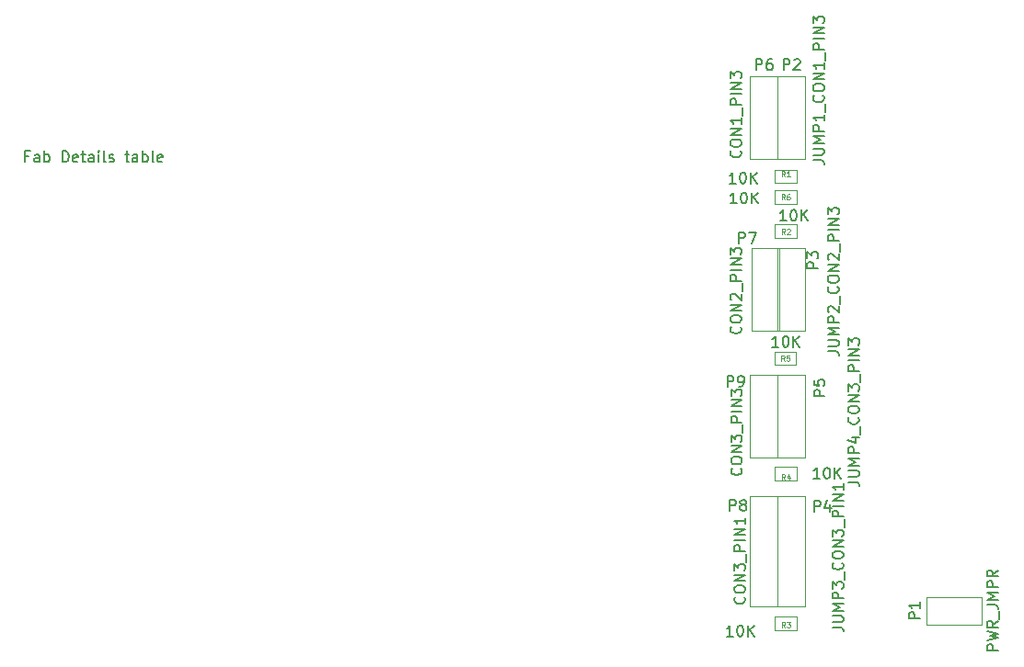
<source format=gbr>
G04 #@! TF.FileFunction,Other,Fab,Top*
%FSLAX46Y46*%
G04 Gerber Fmt 4.6, Leading zero omitted, Abs format (unit mm)*
G04 Created by KiCad (PCBNEW 4.0.4-stable) date 04/21/17 11:27:43*
%MOMM*%
%LPD*%
G01*
G04 APERTURE LIST*
%ADD10C,0.100000*%
%ADD11C,0.150000*%
%ADD12C,0.075000*%
G04 APERTURE END LIST*
D10*
X153930000Y-52580000D02*
X153930000Y-60200000D01*
X153930000Y-60200000D02*
X156470000Y-60200000D01*
X156470000Y-60200000D02*
X156470000Y-52580000D01*
X156470000Y-52580000D02*
X153930000Y-52580000D01*
X153650000Y-62410000D02*
X153650000Y-61170000D01*
X155650000Y-62410000D02*
X153650000Y-62410000D01*
X155650000Y-61170000D02*
X155650000Y-62410000D01*
X153650000Y-61170000D02*
X155650000Y-61170000D01*
X153650000Y-67430000D02*
X153650000Y-66190000D01*
X155650000Y-67430000D02*
X153650000Y-67430000D01*
X155650000Y-66190000D02*
X155650000Y-67430000D01*
X153650000Y-66190000D02*
X155650000Y-66190000D01*
X153650000Y-103580000D02*
X153650000Y-102340000D01*
X155650000Y-103580000D02*
X153650000Y-103580000D01*
X155650000Y-102340000D02*
X155650000Y-103580000D01*
X153650000Y-102340000D02*
X155650000Y-102340000D01*
X153660000Y-89810000D02*
X153660000Y-88570000D01*
X155660000Y-89810000D02*
X153660000Y-89810000D01*
X155660000Y-88570000D02*
X155660000Y-89810000D01*
X153660000Y-88570000D02*
X155660000Y-88570000D01*
X167590000Y-103060000D02*
X172670000Y-103060000D01*
X172670000Y-103060000D02*
X172670000Y-100520000D01*
X172670000Y-100520000D02*
X167590000Y-100520000D01*
X167590000Y-100520000D02*
X167590000Y-103060000D01*
X153930000Y-68360000D02*
X153930000Y-75980000D01*
X153930000Y-75980000D02*
X156470000Y-75980000D01*
X156470000Y-75980000D02*
X156470000Y-68360000D01*
X156470000Y-68360000D02*
X153930000Y-68360000D01*
X153930000Y-91240000D02*
X153930000Y-101400000D01*
X153930000Y-101400000D02*
X156470000Y-101400000D01*
X156470000Y-101400000D02*
X156470000Y-91240000D01*
X156470000Y-91240000D02*
X153930000Y-91240000D01*
X153930000Y-80050000D02*
X153930000Y-87670000D01*
X153930000Y-87670000D02*
X156470000Y-87670000D01*
X156470000Y-87670000D02*
X156470000Y-80050000D01*
X156470000Y-80050000D02*
X153930000Y-80050000D01*
X151390000Y-52580000D02*
X151390000Y-60200000D01*
X151390000Y-60200000D02*
X153930000Y-60200000D01*
X153930000Y-60200000D02*
X153930000Y-52580000D01*
X153930000Y-52580000D02*
X151390000Y-52580000D01*
X151510000Y-68360000D02*
X151510000Y-75980000D01*
X151510000Y-75980000D02*
X154050000Y-75980000D01*
X154050000Y-75980000D02*
X154050000Y-68360000D01*
X154050000Y-68360000D02*
X151510000Y-68360000D01*
X151390000Y-91240000D02*
X151390000Y-101400000D01*
X151390000Y-101400000D02*
X153930000Y-101400000D01*
X153930000Y-101400000D02*
X153930000Y-91240000D01*
X153930000Y-91240000D02*
X151390000Y-91240000D01*
X151390000Y-80050000D02*
X151390000Y-87670000D01*
X151390000Y-87670000D02*
X153930000Y-87670000D01*
X153930000Y-87670000D02*
X153930000Y-80050000D01*
X153930000Y-80050000D02*
X151390000Y-80050000D01*
X155620000Y-77930000D02*
X155620000Y-79170000D01*
X153620000Y-77930000D02*
X155620000Y-77930000D01*
X153620000Y-79170000D02*
X153620000Y-77930000D01*
X155620000Y-79170000D02*
X153620000Y-79170000D01*
X155650000Y-63080000D02*
X155650000Y-64320000D01*
X153650000Y-63080000D02*
X155650000Y-63080000D01*
X153650000Y-64320000D02*
X153650000Y-63080000D01*
X155650000Y-64320000D02*
X153650000Y-64320000D01*
D11*
X157172381Y-60272380D02*
X157886667Y-60272380D01*
X158029524Y-60320000D01*
X158124762Y-60415238D01*
X158172381Y-60558095D01*
X158172381Y-60653333D01*
X157172381Y-59796190D02*
X157981905Y-59796190D01*
X158077143Y-59748571D01*
X158124762Y-59700952D01*
X158172381Y-59605714D01*
X158172381Y-59415237D01*
X158124762Y-59319999D01*
X158077143Y-59272380D01*
X157981905Y-59224761D01*
X157172381Y-59224761D01*
X158172381Y-58748571D02*
X157172381Y-58748571D01*
X157886667Y-58415237D01*
X157172381Y-58081904D01*
X158172381Y-58081904D01*
X158172381Y-57605714D02*
X157172381Y-57605714D01*
X157172381Y-57224761D01*
X157220000Y-57129523D01*
X157267619Y-57081904D01*
X157362857Y-57034285D01*
X157505714Y-57034285D01*
X157600952Y-57081904D01*
X157648571Y-57129523D01*
X157696190Y-57224761D01*
X157696190Y-57605714D01*
X158172381Y-56081904D02*
X158172381Y-56653333D01*
X158172381Y-56367619D02*
X157172381Y-56367619D01*
X157315238Y-56462857D01*
X157410476Y-56558095D01*
X157458095Y-56653333D01*
X158267619Y-55891428D02*
X158267619Y-55129523D01*
X158077143Y-54319999D02*
X158124762Y-54367618D01*
X158172381Y-54510475D01*
X158172381Y-54605713D01*
X158124762Y-54748571D01*
X158029524Y-54843809D01*
X157934286Y-54891428D01*
X157743810Y-54939047D01*
X157600952Y-54939047D01*
X157410476Y-54891428D01*
X157315238Y-54843809D01*
X157220000Y-54748571D01*
X157172381Y-54605713D01*
X157172381Y-54510475D01*
X157220000Y-54367618D01*
X157267619Y-54319999D01*
X157172381Y-53700952D02*
X157172381Y-53510475D01*
X157220000Y-53415237D01*
X157315238Y-53319999D01*
X157505714Y-53272380D01*
X157839048Y-53272380D01*
X158029524Y-53319999D01*
X158124762Y-53415237D01*
X158172381Y-53510475D01*
X158172381Y-53700952D01*
X158124762Y-53796190D01*
X158029524Y-53891428D01*
X157839048Y-53939047D01*
X157505714Y-53939047D01*
X157315238Y-53891428D01*
X157220000Y-53796190D01*
X157172381Y-53700952D01*
X158172381Y-52843809D02*
X157172381Y-52843809D01*
X158172381Y-52272380D01*
X157172381Y-52272380D01*
X158172381Y-51272380D02*
X158172381Y-51843809D01*
X158172381Y-51558095D02*
X157172381Y-51558095D01*
X157315238Y-51653333D01*
X157410476Y-51748571D01*
X157458095Y-51843809D01*
X158267619Y-51081904D02*
X158267619Y-50319999D01*
X158172381Y-50081904D02*
X157172381Y-50081904D01*
X157172381Y-49700951D01*
X157220000Y-49605713D01*
X157267619Y-49558094D01*
X157362857Y-49510475D01*
X157505714Y-49510475D01*
X157600952Y-49558094D01*
X157648571Y-49605713D01*
X157696190Y-49700951D01*
X157696190Y-50081904D01*
X158172381Y-49081904D02*
X157172381Y-49081904D01*
X158172381Y-48605714D02*
X157172381Y-48605714D01*
X158172381Y-48034285D01*
X157172381Y-48034285D01*
X157172381Y-47653333D02*
X157172381Y-47034285D01*
X157553333Y-47367619D01*
X157553333Y-47224761D01*
X157600952Y-47129523D01*
X157648571Y-47081904D01*
X157743810Y-47034285D01*
X157981905Y-47034285D01*
X158077143Y-47081904D01*
X158124762Y-47129523D01*
X158172381Y-47224761D01*
X158172381Y-47510476D01*
X158124762Y-47605714D01*
X158077143Y-47653333D01*
X154461905Y-51972381D02*
X154461905Y-50972381D01*
X154842858Y-50972381D01*
X154938096Y-51020000D01*
X154985715Y-51067619D01*
X155033334Y-51162857D01*
X155033334Y-51305714D01*
X154985715Y-51400952D01*
X154938096Y-51448571D01*
X154842858Y-51496190D01*
X154461905Y-51496190D01*
X155414286Y-51067619D02*
X155461905Y-51020000D01*
X155557143Y-50972381D01*
X155795239Y-50972381D01*
X155890477Y-51020000D01*
X155938096Y-51067619D01*
X155985715Y-51162857D01*
X155985715Y-51258095D01*
X155938096Y-51400952D01*
X155366667Y-51972381D01*
X155985715Y-51972381D01*
X150049524Y-62422381D02*
X149478095Y-62422381D01*
X149763809Y-62422381D02*
X149763809Y-61422381D01*
X149668571Y-61565238D01*
X149573333Y-61660476D01*
X149478095Y-61708095D01*
X150668571Y-61422381D02*
X150763810Y-61422381D01*
X150859048Y-61470000D01*
X150906667Y-61517619D01*
X150954286Y-61612857D01*
X151001905Y-61803333D01*
X151001905Y-62041429D01*
X150954286Y-62231905D01*
X150906667Y-62327143D01*
X150859048Y-62374762D01*
X150763810Y-62422381D01*
X150668571Y-62422381D01*
X150573333Y-62374762D01*
X150525714Y-62327143D01*
X150478095Y-62231905D01*
X150430476Y-62041429D01*
X150430476Y-61803333D01*
X150478095Y-61612857D01*
X150525714Y-61517619D01*
X150573333Y-61470000D01*
X150668571Y-61422381D01*
X151430476Y-62422381D02*
X151430476Y-61422381D01*
X152001905Y-62422381D02*
X151573333Y-61850952D01*
X152001905Y-61422381D02*
X151430476Y-61993810D01*
D12*
X154566667Y-61806190D02*
X154400000Y-61568095D01*
X154280953Y-61806190D02*
X154280953Y-61306190D01*
X154471429Y-61306190D01*
X154519048Y-61330000D01*
X154542857Y-61353810D01*
X154566667Y-61401429D01*
X154566667Y-61472857D01*
X154542857Y-61520476D01*
X154519048Y-61544286D01*
X154471429Y-61568095D01*
X154280953Y-61568095D01*
X155042857Y-61806190D02*
X154757143Y-61806190D01*
X154900000Y-61806190D02*
X154900000Y-61306190D01*
X154852381Y-61377619D01*
X154804762Y-61425238D01*
X154757143Y-61449048D01*
D11*
X154699524Y-65862381D02*
X154128095Y-65862381D01*
X154413809Y-65862381D02*
X154413809Y-64862381D01*
X154318571Y-65005238D01*
X154223333Y-65100476D01*
X154128095Y-65148095D01*
X155318571Y-64862381D02*
X155413810Y-64862381D01*
X155509048Y-64910000D01*
X155556667Y-64957619D01*
X155604286Y-65052857D01*
X155651905Y-65243333D01*
X155651905Y-65481429D01*
X155604286Y-65671905D01*
X155556667Y-65767143D01*
X155509048Y-65814762D01*
X155413810Y-65862381D01*
X155318571Y-65862381D01*
X155223333Y-65814762D01*
X155175714Y-65767143D01*
X155128095Y-65671905D01*
X155080476Y-65481429D01*
X155080476Y-65243333D01*
X155128095Y-65052857D01*
X155175714Y-64957619D01*
X155223333Y-64910000D01*
X155318571Y-64862381D01*
X156080476Y-65862381D02*
X156080476Y-64862381D01*
X156651905Y-65862381D02*
X156223333Y-65290952D01*
X156651905Y-64862381D02*
X156080476Y-65433810D01*
D12*
X154586667Y-67106190D02*
X154420000Y-66868095D01*
X154300953Y-67106190D02*
X154300953Y-66606190D01*
X154491429Y-66606190D01*
X154539048Y-66630000D01*
X154562857Y-66653810D01*
X154586667Y-66701429D01*
X154586667Y-66772857D01*
X154562857Y-66820476D01*
X154539048Y-66844286D01*
X154491429Y-66868095D01*
X154300953Y-66868095D01*
X154777143Y-66653810D02*
X154800953Y-66630000D01*
X154848572Y-66606190D01*
X154967619Y-66606190D01*
X155015238Y-66630000D01*
X155039048Y-66653810D01*
X155062857Y-66701429D01*
X155062857Y-66749048D01*
X155039048Y-66820476D01*
X154753334Y-67106190D01*
X155062857Y-67106190D01*
D11*
X149799524Y-104162381D02*
X149228095Y-104162381D01*
X149513809Y-104162381D02*
X149513809Y-103162381D01*
X149418571Y-103305238D01*
X149323333Y-103400476D01*
X149228095Y-103448095D01*
X150418571Y-103162381D02*
X150513810Y-103162381D01*
X150609048Y-103210000D01*
X150656667Y-103257619D01*
X150704286Y-103352857D01*
X150751905Y-103543333D01*
X150751905Y-103781429D01*
X150704286Y-103971905D01*
X150656667Y-104067143D01*
X150609048Y-104114762D01*
X150513810Y-104162381D01*
X150418571Y-104162381D01*
X150323333Y-104114762D01*
X150275714Y-104067143D01*
X150228095Y-103971905D01*
X150180476Y-103781429D01*
X150180476Y-103543333D01*
X150228095Y-103352857D01*
X150275714Y-103257619D01*
X150323333Y-103210000D01*
X150418571Y-103162381D01*
X151180476Y-104162381D02*
X151180476Y-103162381D01*
X151751905Y-104162381D02*
X151323333Y-103590952D01*
X151751905Y-103162381D02*
X151180476Y-103733810D01*
D12*
X154596667Y-103346190D02*
X154430000Y-103108095D01*
X154310953Y-103346190D02*
X154310953Y-102846190D01*
X154501429Y-102846190D01*
X154549048Y-102870000D01*
X154572857Y-102893810D01*
X154596667Y-102941429D01*
X154596667Y-103012857D01*
X154572857Y-103060476D01*
X154549048Y-103084286D01*
X154501429Y-103108095D01*
X154310953Y-103108095D01*
X154763334Y-102846190D02*
X155072857Y-102846190D01*
X154906191Y-103036667D01*
X154977619Y-103036667D01*
X155025238Y-103060476D01*
X155049048Y-103084286D01*
X155072857Y-103131905D01*
X155072857Y-103250952D01*
X155049048Y-103298571D01*
X155025238Y-103322381D01*
X154977619Y-103346190D01*
X154834762Y-103346190D01*
X154787143Y-103322381D01*
X154763334Y-103298571D01*
D11*
X157779524Y-89632381D02*
X157208095Y-89632381D01*
X157493809Y-89632381D02*
X157493809Y-88632381D01*
X157398571Y-88775238D01*
X157303333Y-88870476D01*
X157208095Y-88918095D01*
X158398571Y-88632381D02*
X158493810Y-88632381D01*
X158589048Y-88680000D01*
X158636667Y-88727619D01*
X158684286Y-88822857D01*
X158731905Y-89013333D01*
X158731905Y-89251429D01*
X158684286Y-89441905D01*
X158636667Y-89537143D01*
X158589048Y-89584762D01*
X158493810Y-89632381D01*
X158398571Y-89632381D01*
X158303333Y-89584762D01*
X158255714Y-89537143D01*
X158208095Y-89441905D01*
X158160476Y-89251429D01*
X158160476Y-89013333D01*
X158208095Y-88822857D01*
X158255714Y-88727619D01*
X158303333Y-88680000D01*
X158398571Y-88632381D01*
X159160476Y-89632381D02*
X159160476Y-88632381D01*
X159731905Y-89632381D02*
X159303333Y-89060952D01*
X159731905Y-88632381D02*
X159160476Y-89203810D01*
D12*
X154606667Y-89736190D02*
X154440000Y-89498095D01*
X154320953Y-89736190D02*
X154320953Y-89236190D01*
X154511429Y-89236190D01*
X154559048Y-89260000D01*
X154582857Y-89283810D01*
X154606667Y-89331429D01*
X154606667Y-89402857D01*
X154582857Y-89450476D01*
X154559048Y-89474286D01*
X154511429Y-89498095D01*
X154320953Y-89498095D01*
X155035238Y-89402857D02*
X155035238Y-89736190D01*
X154916191Y-89212381D02*
X154797143Y-89569524D01*
X155106667Y-89569524D01*
D11*
X174182381Y-105456667D02*
X173182381Y-105456667D01*
X173182381Y-105075714D01*
X173230000Y-104980476D01*
X173277619Y-104932857D01*
X173372857Y-104885238D01*
X173515714Y-104885238D01*
X173610952Y-104932857D01*
X173658571Y-104980476D01*
X173706190Y-105075714D01*
X173706190Y-105456667D01*
X173182381Y-104551905D02*
X174182381Y-104313810D01*
X173468095Y-104123333D01*
X174182381Y-103932857D01*
X173182381Y-103694762D01*
X174182381Y-102742381D02*
X173706190Y-103075715D01*
X174182381Y-103313810D02*
X173182381Y-103313810D01*
X173182381Y-102932857D01*
X173230000Y-102837619D01*
X173277619Y-102790000D01*
X173372857Y-102742381D01*
X173515714Y-102742381D01*
X173610952Y-102790000D01*
X173658571Y-102837619D01*
X173706190Y-102932857D01*
X173706190Y-103313810D01*
X174277619Y-102551905D02*
X174277619Y-101790000D01*
X173182381Y-101266190D02*
X173896667Y-101266190D01*
X174039524Y-101313810D01*
X174134762Y-101409048D01*
X174182381Y-101551905D01*
X174182381Y-101647143D01*
X174182381Y-100790000D02*
X173182381Y-100790000D01*
X173896667Y-100456666D01*
X173182381Y-100123333D01*
X174182381Y-100123333D01*
X174182381Y-99647143D02*
X173182381Y-99647143D01*
X173182381Y-99266190D01*
X173230000Y-99170952D01*
X173277619Y-99123333D01*
X173372857Y-99075714D01*
X173515714Y-99075714D01*
X173610952Y-99123333D01*
X173658571Y-99170952D01*
X173706190Y-99266190D01*
X173706190Y-99647143D01*
X174182381Y-98075714D02*
X173706190Y-98409048D01*
X174182381Y-98647143D02*
X173182381Y-98647143D01*
X173182381Y-98266190D01*
X173230000Y-98170952D01*
X173277619Y-98123333D01*
X173372857Y-98075714D01*
X173515714Y-98075714D01*
X173610952Y-98123333D01*
X173658571Y-98170952D01*
X173706190Y-98266190D01*
X173706190Y-98647143D01*
X166982381Y-102528095D02*
X165982381Y-102528095D01*
X165982381Y-102147142D01*
X166030000Y-102051904D01*
X166077619Y-102004285D01*
X166172857Y-101956666D01*
X166315714Y-101956666D01*
X166410952Y-102004285D01*
X166458571Y-102051904D01*
X166506190Y-102147142D01*
X166506190Y-102528095D01*
X166982381Y-101004285D02*
X166982381Y-101575714D01*
X166982381Y-101290000D02*
X165982381Y-101290000D01*
X166125238Y-101385238D01*
X166220476Y-101480476D01*
X166268095Y-101575714D01*
X158532381Y-77912380D02*
X159246667Y-77912380D01*
X159389524Y-77960000D01*
X159484762Y-78055238D01*
X159532381Y-78198095D01*
X159532381Y-78293333D01*
X158532381Y-77436190D02*
X159341905Y-77436190D01*
X159437143Y-77388571D01*
X159484762Y-77340952D01*
X159532381Y-77245714D01*
X159532381Y-77055237D01*
X159484762Y-76959999D01*
X159437143Y-76912380D01*
X159341905Y-76864761D01*
X158532381Y-76864761D01*
X159532381Y-76388571D02*
X158532381Y-76388571D01*
X159246667Y-76055237D01*
X158532381Y-75721904D01*
X159532381Y-75721904D01*
X159532381Y-75245714D02*
X158532381Y-75245714D01*
X158532381Y-74864761D01*
X158580000Y-74769523D01*
X158627619Y-74721904D01*
X158722857Y-74674285D01*
X158865714Y-74674285D01*
X158960952Y-74721904D01*
X159008571Y-74769523D01*
X159056190Y-74864761D01*
X159056190Y-75245714D01*
X158627619Y-74293333D02*
X158580000Y-74245714D01*
X158532381Y-74150476D01*
X158532381Y-73912380D01*
X158580000Y-73817142D01*
X158627619Y-73769523D01*
X158722857Y-73721904D01*
X158818095Y-73721904D01*
X158960952Y-73769523D01*
X159532381Y-74340952D01*
X159532381Y-73721904D01*
X159627619Y-73531428D02*
X159627619Y-72769523D01*
X159437143Y-71959999D02*
X159484762Y-72007618D01*
X159532381Y-72150475D01*
X159532381Y-72245713D01*
X159484762Y-72388571D01*
X159389524Y-72483809D01*
X159294286Y-72531428D01*
X159103810Y-72579047D01*
X158960952Y-72579047D01*
X158770476Y-72531428D01*
X158675238Y-72483809D01*
X158580000Y-72388571D01*
X158532381Y-72245713D01*
X158532381Y-72150475D01*
X158580000Y-72007618D01*
X158627619Y-71959999D01*
X158532381Y-71340952D02*
X158532381Y-71150475D01*
X158580000Y-71055237D01*
X158675238Y-70959999D01*
X158865714Y-70912380D01*
X159199048Y-70912380D01*
X159389524Y-70959999D01*
X159484762Y-71055237D01*
X159532381Y-71150475D01*
X159532381Y-71340952D01*
X159484762Y-71436190D01*
X159389524Y-71531428D01*
X159199048Y-71579047D01*
X158865714Y-71579047D01*
X158675238Y-71531428D01*
X158580000Y-71436190D01*
X158532381Y-71340952D01*
X159532381Y-70483809D02*
X158532381Y-70483809D01*
X159532381Y-69912380D01*
X158532381Y-69912380D01*
X158627619Y-69483809D02*
X158580000Y-69436190D01*
X158532381Y-69340952D01*
X158532381Y-69102856D01*
X158580000Y-69007618D01*
X158627619Y-68959999D01*
X158722857Y-68912380D01*
X158818095Y-68912380D01*
X158960952Y-68959999D01*
X159532381Y-69531428D01*
X159532381Y-68912380D01*
X159627619Y-68721904D02*
X159627619Y-67959999D01*
X159532381Y-67721904D02*
X158532381Y-67721904D01*
X158532381Y-67340951D01*
X158580000Y-67245713D01*
X158627619Y-67198094D01*
X158722857Y-67150475D01*
X158865714Y-67150475D01*
X158960952Y-67198094D01*
X159008571Y-67245713D01*
X159056190Y-67340951D01*
X159056190Y-67721904D01*
X159532381Y-66721904D02*
X158532381Y-66721904D01*
X159532381Y-66245714D02*
X158532381Y-66245714D01*
X159532381Y-65674285D01*
X158532381Y-65674285D01*
X158532381Y-65293333D02*
X158532381Y-64674285D01*
X158913333Y-65007619D01*
X158913333Y-64864761D01*
X158960952Y-64769523D01*
X159008571Y-64721904D01*
X159103810Y-64674285D01*
X159341905Y-64674285D01*
X159437143Y-64721904D01*
X159484762Y-64769523D01*
X159532381Y-64864761D01*
X159532381Y-65150476D01*
X159484762Y-65245714D01*
X159437143Y-65293333D01*
X157632381Y-70248095D02*
X156632381Y-70248095D01*
X156632381Y-69867142D01*
X156680000Y-69771904D01*
X156727619Y-69724285D01*
X156822857Y-69676666D01*
X156965714Y-69676666D01*
X157060952Y-69724285D01*
X157108571Y-69771904D01*
X157156190Y-69867142D01*
X157156190Y-70248095D01*
X156632381Y-69343333D02*
X156632381Y-68724285D01*
X157013333Y-69057619D01*
X157013333Y-68914761D01*
X157060952Y-68819523D01*
X157108571Y-68771904D01*
X157203810Y-68724285D01*
X157441905Y-68724285D01*
X157537143Y-68771904D01*
X157584762Y-68819523D01*
X157632381Y-68914761D01*
X157632381Y-69200476D01*
X157584762Y-69295714D01*
X157537143Y-69343333D01*
X158952381Y-103342380D02*
X159666667Y-103342380D01*
X159809524Y-103390000D01*
X159904762Y-103485238D01*
X159952381Y-103628095D01*
X159952381Y-103723333D01*
X158952381Y-102866190D02*
X159761905Y-102866190D01*
X159857143Y-102818571D01*
X159904762Y-102770952D01*
X159952381Y-102675714D01*
X159952381Y-102485237D01*
X159904762Y-102389999D01*
X159857143Y-102342380D01*
X159761905Y-102294761D01*
X158952381Y-102294761D01*
X159952381Y-101818571D02*
X158952381Y-101818571D01*
X159666667Y-101485237D01*
X158952381Y-101151904D01*
X159952381Y-101151904D01*
X159952381Y-100675714D02*
X158952381Y-100675714D01*
X158952381Y-100294761D01*
X159000000Y-100199523D01*
X159047619Y-100151904D01*
X159142857Y-100104285D01*
X159285714Y-100104285D01*
X159380952Y-100151904D01*
X159428571Y-100199523D01*
X159476190Y-100294761D01*
X159476190Y-100675714D01*
X158952381Y-99770952D02*
X158952381Y-99151904D01*
X159333333Y-99485238D01*
X159333333Y-99342380D01*
X159380952Y-99247142D01*
X159428571Y-99199523D01*
X159523810Y-99151904D01*
X159761905Y-99151904D01*
X159857143Y-99199523D01*
X159904762Y-99247142D01*
X159952381Y-99342380D01*
X159952381Y-99628095D01*
X159904762Y-99723333D01*
X159857143Y-99770952D01*
X160047619Y-98961428D02*
X160047619Y-98199523D01*
X159857143Y-97389999D02*
X159904762Y-97437618D01*
X159952381Y-97580475D01*
X159952381Y-97675713D01*
X159904762Y-97818571D01*
X159809524Y-97913809D01*
X159714286Y-97961428D01*
X159523810Y-98009047D01*
X159380952Y-98009047D01*
X159190476Y-97961428D01*
X159095238Y-97913809D01*
X159000000Y-97818571D01*
X158952381Y-97675713D01*
X158952381Y-97580475D01*
X159000000Y-97437618D01*
X159047619Y-97389999D01*
X158952381Y-96770952D02*
X158952381Y-96580475D01*
X159000000Y-96485237D01*
X159095238Y-96389999D01*
X159285714Y-96342380D01*
X159619048Y-96342380D01*
X159809524Y-96389999D01*
X159904762Y-96485237D01*
X159952381Y-96580475D01*
X159952381Y-96770952D01*
X159904762Y-96866190D01*
X159809524Y-96961428D01*
X159619048Y-97009047D01*
X159285714Y-97009047D01*
X159095238Y-96961428D01*
X159000000Y-96866190D01*
X158952381Y-96770952D01*
X159952381Y-95913809D02*
X158952381Y-95913809D01*
X159952381Y-95342380D01*
X158952381Y-95342380D01*
X158952381Y-94961428D02*
X158952381Y-94342380D01*
X159333333Y-94675714D01*
X159333333Y-94532856D01*
X159380952Y-94437618D01*
X159428571Y-94389999D01*
X159523810Y-94342380D01*
X159761905Y-94342380D01*
X159857143Y-94389999D01*
X159904762Y-94437618D01*
X159952381Y-94532856D01*
X159952381Y-94818571D01*
X159904762Y-94913809D01*
X159857143Y-94961428D01*
X160047619Y-94151904D02*
X160047619Y-93389999D01*
X159952381Y-93151904D02*
X158952381Y-93151904D01*
X158952381Y-92770951D01*
X159000000Y-92675713D01*
X159047619Y-92628094D01*
X159142857Y-92580475D01*
X159285714Y-92580475D01*
X159380952Y-92628094D01*
X159428571Y-92675713D01*
X159476190Y-92770951D01*
X159476190Y-93151904D01*
X159952381Y-92151904D02*
X158952381Y-92151904D01*
X159952381Y-91675714D02*
X158952381Y-91675714D01*
X159952381Y-91104285D01*
X158952381Y-91104285D01*
X159952381Y-90104285D02*
X159952381Y-90675714D01*
X159952381Y-90390000D02*
X158952381Y-90390000D01*
X159095238Y-90485238D01*
X159190476Y-90580476D01*
X159238095Y-90675714D01*
X157281905Y-92662381D02*
X157281905Y-91662381D01*
X157662858Y-91662381D01*
X157758096Y-91710000D01*
X157805715Y-91757619D01*
X157853334Y-91852857D01*
X157853334Y-91995714D01*
X157805715Y-92090952D01*
X157758096Y-92138571D01*
X157662858Y-92186190D01*
X157281905Y-92186190D01*
X158710477Y-91995714D02*
X158710477Y-92662381D01*
X158472381Y-91614762D02*
X158234286Y-92329048D01*
X158853334Y-92329048D01*
X160402381Y-89942380D02*
X161116667Y-89942380D01*
X161259524Y-89990000D01*
X161354762Y-90085238D01*
X161402381Y-90228095D01*
X161402381Y-90323333D01*
X160402381Y-89466190D02*
X161211905Y-89466190D01*
X161307143Y-89418571D01*
X161354762Y-89370952D01*
X161402381Y-89275714D01*
X161402381Y-89085237D01*
X161354762Y-88989999D01*
X161307143Y-88942380D01*
X161211905Y-88894761D01*
X160402381Y-88894761D01*
X161402381Y-88418571D02*
X160402381Y-88418571D01*
X161116667Y-88085237D01*
X160402381Y-87751904D01*
X161402381Y-87751904D01*
X161402381Y-87275714D02*
X160402381Y-87275714D01*
X160402381Y-86894761D01*
X160450000Y-86799523D01*
X160497619Y-86751904D01*
X160592857Y-86704285D01*
X160735714Y-86704285D01*
X160830952Y-86751904D01*
X160878571Y-86799523D01*
X160926190Y-86894761D01*
X160926190Y-87275714D01*
X160735714Y-85847142D02*
X161402381Y-85847142D01*
X160354762Y-86085238D02*
X161069048Y-86323333D01*
X161069048Y-85704285D01*
X161497619Y-85561428D02*
X161497619Y-84799523D01*
X161307143Y-83989999D02*
X161354762Y-84037618D01*
X161402381Y-84180475D01*
X161402381Y-84275713D01*
X161354762Y-84418571D01*
X161259524Y-84513809D01*
X161164286Y-84561428D01*
X160973810Y-84609047D01*
X160830952Y-84609047D01*
X160640476Y-84561428D01*
X160545238Y-84513809D01*
X160450000Y-84418571D01*
X160402381Y-84275713D01*
X160402381Y-84180475D01*
X160450000Y-84037618D01*
X160497619Y-83989999D01*
X160402381Y-83370952D02*
X160402381Y-83180475D01*
X160450000Y-83085237D01*
X160545238Y-82989999D01*
X160735714Y-82942380D01*
X161069048Y-82942380D01*
X161259524Y-82989999D01*
X161354762Y-83085237D01*
X161402381Y-83180475D01*
X161402381Y-83370952D01*
X161354762Y-83466190D01*
X161259524Y-83561428D01*
X161069048Y-83609047D01*
X160735714Y-83609047D01*
X160545238Y-83561428D01*
X160450000Y-83466190D01*
X160402381Y-83370952D01*
X161402381Y-82513809D02*
X160402381Y-82513809D01*
X161402381Y-81942380D01*
X160402381Y-81942380D01*
X160402381Y-81561428D02*
X160402381Y-80942380D01*
X160783333Y-81275714D01*
X160783333Y-81132856D01*
X160830952Y-81037618D01*
X160878571Y-80989999D01*
X160973810Y-80942380D01*
X161211905Y-80942380D01*
X161307143Y-80989999D01*
X161354762Y-81037618D01*
X161402381Y-81132856D01*
X161402381Y-81418571D01*
X161354762Y-81513809D01*
X161307143Y-81561428D01*
X161497619Y-80751904D02*
X161497619Y-79989999D01*
X161402381Y-79751904D02*
X160402381Y-79751904D01*
X160402381Y-79370951D01*
X160450000Y-79275713D01*
X160497619Y-79228094D01*
X160592857Y-79180475D01*
X160735714Y-79180475D01*
X160830952Y-79228094D01*
X160878571Y-79275713D01*
X160926190Y-79370951D01*
X160926190Y-79751904D01*
X161402381Y-78751904D02*
X160402381Y-78751904D01*
X161402381Y-78275714D02*
X160402381Y-78275714D01*
X161402381Y-77704285D01*
X160402381Y-77704285D01*
X160402381Y-77323333D02*
X160402381Y-76704285D01*
X160783333Y-77037619D01*
X160783333Y-76894761D01*
X160830952Y-76799523D01*
X160878571Y-76751904D01*
X160973810Y-76704285D01*
X161211905Y-76704285D01*
X161307143Y-76751904D01*
X161354762Y-76799523D01*
X161402381Y-76894761D01*
X161402381Y-77180476D01*
X161354762Y-77275714D01*
X161307143Y-77323333D01*
X158242381Y-82018095D02*
X157242381Y-82018095D01*
X157242381Y-81637142D01*
X157290000Y-81541904D01*
X157337619Y-81494285D01*
X157432857Y-81446666D01*
X157575714Y-81446666D01*
X157670952Y-81494285D01*
X157718571Y-81541904D01*
X157766190Y-81637142D01*
X157766190Y-82018095D01*
X157242381Y-80541904D02*
X157242381Y-81018095D01*
X157718571Y-81065714D01*
X157670952Y-81018095D01*
X157623333Y-80922857D01*
X157623333Y-80684761D01*
X157670952Y-80589523D01*
X157718571Y-80541904D01*
X157813810Y-80494285D01*
X158051905Y-80494285D01*
X158147143Y-80541904D01*
X158194762Y-80589523D01*
X158242381Y-80684761D01*
X158242381Y-80922857D01*
X158194762Y-81018095D01*
X158147143Y-81065714D01*
X150467143Y-59423333D02*
X150514762Y-59470952D01*
X150562381Y-59613809D01*
X150562381Y-59709047D01*
X150514762Y-59851905D01*
X150419524Y-59947143D01*
X150324286Y-59994762D01*
X150133810Y-60042381D01*
X149990952Y-60042381D01*
X149800476Y-59994762D01*
X149705238Y-59947143D01*
X149610000Y-59851905D01*
X149562381Y-59709047D01*
X149562381Y-59613809D01*
X149610000Y-59470952D01*
X149657619Y-59423333D01*
X149562381Y-58804286D02*
X149562381Y-58613809D01*
X149610000Y-58518571D01*
X149705238Y-58423333D01*
X149895714Y-58375714D01*
X150229048Y-58375714D01*
X150419524Y-58423333D01*
X150514762Y-58518571D01*
X150562381Y-58613809D01*
X150562381Y-58804286D01*
X150514762Y-58899524D01*
X150419524Y-58994762D01*
X150229048Y-59042381D01*
X149895714Y-59042381D01*
X149705238Y-58994762D01*
X149610000Y-58899524D01*
X149562381Y-58804286D01*
X150562381Y-57947143D02*
X149562381Y-57947143D01*
X150562381Y-57375714D01*
X149562381Y-57375714D01*
X150562381Y-56375714D02*
X150562381Y-56947143D01*
X150562381Y-56661429D02*
X149562381Y-56661429D01*
X149705238Y-56756667D01*
X149800476Y-56851905D01*
X149848095Y-56947143D01*
X150657619Y-56185238D02*
X150657619Y-55423333D01*
X150562381Y-55185238D02*
X149562381Y-55185238D01*
X149562381Y-54804285D01*
X149610000Y-54709047D01*
X149657619Y-54661428D01*
X149752857Y-54613809D01*
X149895714Y-54613809D01*
X149990952Y-54661428D01*
X150038571Y-54709047D01*
X150086190Y-54804285D01*
X150086190Y-55185238D01*
X150562381Y-54185238D02*
X149562381Y-54185238D01*
X150562381Y-53709048D02*
X149562381Y-53709048D01*
X150562381Y-53137619D01*
X149562381Y-53137619D01*
X149562381Y-52756667D02*
X149562381Y-52137619D01*
X149943333Y-52470953D01*
X149943333Y-52328095D01*
X149990952Y-52232857D01*
X150038571Y-52185238D01*
X150133810Y-52137619D01*
X150371905Y-52137619D01*
X150467143Y-52185238D01*
X150514762Y-52232857D01*
X150562381Y-52328095D01*
X150562381Y-52613810D01*
X150514762Y-52709048D01*
X150467143Y-52756667D01*
X151921905Y-51972381D02*
X151921905Y-50972381D01*
X152302858Y-50972381D01*
X152398096Y-51020000D01*
X152445715Y-51067619D01*
X152493334Y-51162857D01*
X152493334Y-51305714D01*
X152445715Y-51400952D01*
X152398096Y-51448571D01*
X152302858Y-51496190D01*
X151921905Y-51496190D01*
X153350477Y-50972381D02*
X153160000Y-50972381D01*
X153064762Y-51020000D01*
X153017143Y-51067619D01*
X152921905Y-51210476D01*
X152874286Y-51400952D01*
X152874286Y-51781905D01*
X152921905Y-51877143D01*
X152969524Y-51924762D01*
X153064762Y-51972381D01*
X153255239Y-51972381D01*
X153350477Y-51924762D01*
X153398096Y-51877143D01*
X153445715Y-51781905D01*
X153445715Y-51543810D01*
X153398096Y-51448571D01*
X153350477Y-51400952D01*
X153255239Y-51353333D01*
X153064762Y-51353333D01*
X152969524Y-51400952D01*
X152921905Y-51448571D01*
X152874286Y-51543810D01*
X150467143Y-75643333D02*
X150514762Y-75690952D01*
X150562381Y-75833809D01*
X150562381Y-75929047D01*
X150514762Y-76071905D01*
X150419524Y-76167143D01*
X150324286Y-76214762D01*
X150133810Y-76262381D01*
X149990952Y-76262381D01*
X149800476Y-76214762D01*
X149705238Y-76167143D01*
X149610000Y-76071905D01*
X149562381Y-75929047D01*
X149562381Y-75833809D01*
X149610000Y-75690952D01*
X149657619Y-75643333D01*
X149562381Y-75024286D02*
X149562381Y-74833809D01*
X149610000Y-74738571D01*
X149705238Y-74643333D01*
X149895714Y-74595714D01*
X150229048Y-74595714D01*
X150419524Y-74643333D01*
X150514762Y-74738571D01*
X150562381Y-74833809D01*
X150562381Y-75024286D01*
X150514762Y-75119524D01*
X150419524Y-75214762D01*
X150229048Y-75262381D01*
X149895714Y-75262381D01*
X149705238Y-75214762D01*
X149610000Y-75119524D01*
X149562381Y-75024286D01*
X150562381Y-74167143D02*
X149562381Y-74167143D01*
X150562381Y-73595714D01*
X149562381Y-73595714D01*
X149657619Y-73167143D02*
X149610000Y-73119524D01*
X149562381Y-73024286D01*
X149562381Y-72786190D01*
X149610000Y-72690952D01*
X149657619Y-72643333D01*
X149752857Y-72595714D01*
X149848095Y-72595714D01*
X149990952Y-72643333D01*
X150562381Y-73214762D01*
X150562381Y-72595714D01*
X150657619Y-72405238D02*
X150657619Y-71643333D01*
X150562381Y-71405238D02*
X149562381Y-71405238D01*
X149562381Y-71024285D01*
X149610000Y-70929047D01*
X149657619Y-70881428D01*
X149752857Y-70833809D01*
X149895714Y-70833809D01*
X149990952Y-70881428D01*
X150038571Y-70929047D01*
X150086190Y-71024285D01*
X150086190Y-71405238D01*
X150562381Y-70405238D02*
X149562381Y-70405238D01*
X150562381Y-69929048D02*
X149562381Y-69929048D01*
X150562381Y-69357619D01*
X149562381Y-69357619D01*
X149562381Y-68976667D02*
X149562381Y-68357619D01*
X149943333Y-68690953D01*
X149943333Y-68548095D01*
X149990952Y-68452857D01*
X150038571Y-68405238D01*
X150133810Y-68357619D01*
X150371905Y-68357619D01*
X150467143Y-68405238D01*
X150514762Y-68452857D01*
X150562381Y-68548095D01*
X150562381Y-68833810D01*
X150514762Y-68929048D01*
X150467143Y-68976667D01*
X150361905Y-67932381D02*
X150361905Y-66932381D01*
X150742858Y-66932381D01*
X150838096Y-66980000D01*
X150885715Y-67027619D01*
X150933334Y-67122857D01*
X150933334Y-67265714D01*
X150885715Y-67360952D01*
X150838096Y-67408571D01*
X150742858Y-67456190D01*
X150361905Y-67456190D01*
X151266667Y-66932381D02*
X151933334Y-66932381D01*
X151504762Y-67932381D01*
X150817143Y-100543333D02*
X150864762Y-100590952D01*
X150912381Y-100733809D01*
X150912381Y-100829047D01*
X150864762Y-100971905D01*
X150769524Y-101067143D01*
X150674286Y-101114762D01*
X150483810Y-101162381D01*
X150340952Y-101162381D01*
X150150476Y-101114762D01*
X150055238Y-101067143D01*
X149960000Y-100971905D01*
X149912381Y-100829047D01*
X149912381Y-100733809D01*
X149960000Y-100590952D01*
X150007619Y-100543333D01*
X149912381Y-99924286D02*
X149912381Y-99733809D01*
X149960000Y-99638571D01*
X150055238Y-99543333D01*
X150245714Y-99495714D01*
X150579048Y-99495714D01*
X150769524Y-99543333D01*
X150864762Y-99638571D01*
X150912381Y-99733809D01*
X150912381Y-99924286D01*
X150864762Y-100019524D01*
X150769524Y-100114762D01*
X150579048Y-100162381D01*
X150245714Y-100162381D01*
X150055238Y-100114762D01*
X149960000Y-100019524D01*
X149912381Y-99924286D01*
X150912381Y-99067143D02*
X149912381Y-99067143D01*
X150912381Y-98495714D01*
X149912381Y-98495714D01*
X149912381Y-98114762D02*
X149912381Y-97495714D01*
X150293333Y-97829048D01*
X150293333Y-97686190D01*
X150340952Y-97590952D01*
X150388571Y-97543333D01*
X150483810Y-97495714D01*
X150721905Y-97495714D01*
X150817143Y-97543333D01*
X150864762Y-97590952D01*
X150912381Y-97686190D01*
X150912381Y-97971905D01*
X150864762Y-98067143D01*
X150817143Y-98114762D01*
X151007619Y-97305238D02*
X151007619Y-96543333D01*
X150912381Y-96305238D02*
X149912381Y-96305238D01*
X149912381Y-95924285D01*
X149960000Y-95829047D01*
X150007619Y-95781428D01*
X150102857Y-95733809D01*
X150245714Y-95733809D01*
X150340952Y-95781428D01*
X150388571Y-95829047D01*
X150436190Y-95924285D01*
X150436190Y-96305238D01*
X150912381Y-95305238D02*
X149912381Y-95305238D01*
X150912381Y-94829048D02*
X149912381Y-94829048D01*
X150912381Y-94257619D01*
X149912381Y-94257619D01*
X150912381Y-93257619D02*
X150912381Y-93829048D01*
X150912381Y-93543334D02*
X149912381Y-93543334D01*
X150055238Y-93638572D01*
X150150476Y-93733810D01*
X150198095Y-93829048D01*
X149511905Y-92602381D02*
X149511905Y-91602381D01*
X149892858Y-91602381D01*
X149988096Y-91650000D01*
X150035715Y-91697619D01*
X150083334Y-91792857D01*
X150083334Y-91935714D01*
X150035715Y-92030952D01*
X149988096Y-92078571D01*
X149892858Y-92126190D01*
X149511905Y-92126190D01*
X150654762Y-92030952D02*
X150559524Y-91983333D01*
X150511905Y-91935714D01*
X150464286Y-91840476D01*
X150464286Y-91792857D01*
X150511905Y-91697619D01*
X150559524Y-91650000D01*
X150654762Y-91602381D01*
X150845239Y-91602381D01*
X150940477Y-91650000D01*
X150988096Y-91697619D01*
X151035715Y-91792857D01*
X151035715Y-91840476D01*
X150988096Y-91935714D01*
X150940477Y-91983333D01*
X150845239Y-92030952D01*
X150654762Y-92030952D01*
X150559524Y-92078571D01*
X150511905Y-92126190D01*
X150464286Y-92221429D01*
X150464286Y-92411905D01*
X150511905Y-92507143D01*
X150559524Y-92554762D01*
X150654762Y-92602381D01*
X150845239Y-92602381D01*
X150940477Y-92554762D01*
X150988096Y-92507143D01*
X151035715Y-92411905D01*
X151035715Y-92221429D01*
X150988096Y-92126190D01*
X150940477Y-92078571D01*
X150845239Y-92030952D01*
X150527143Y-88673333D02*
X150574762Y-88720952D01*
X150622381Y-88863809D01*
X150622381Y-88959047D01*
X150574762Y-89101905D01*
X150479524Y-89197143D01*
X150384286Y-89244762D01*
X150193810Y-89292381D01*
X150050952Y-89292381D01*
X149860476Y-89244762D01*
X149765238Y-89197143D01*
X149670000Y-89101905D01*
X149622381Y-88959047D01*
X149622381Y-88863809D01*
X149670000Y-88720952D01*
X149717619Y-88673333D01*
X149622381Y-88054286D02*
X149622381Y-87863809D01*
X149670000Y-87768571D01*
X149765238Y-87673333D01*
X149955714Y-87625714D01*
X150289048Y-87625714D01*
X150479524Y-87673333D01*
X150574762Y-87768571D01*
X150622381Y-87863809D01*
X150622381Y-88054286D01*
X150574762Y-88149524D01*
X150479524Y-88244762D01*
X150289048Y-88292381D01*
X149955714Y-88292381D01*
X149765238Y-88244762D01*
X149670000Y-88149524D01*
X149622381Y-88054286D01*
X150622381Y-87197143D02*
X149622381Y-87197143D01*
X150622381Y-86625714D01*
X149622381Y-86625714D01*
X149622381Y-86244762D02*
X149622381Y-85625714D01*
X150003333Y-85959048D01*
X150003333Y-85816190D01*
X150050952Y-85720952D01*
X150098571Y-85673333D01*
X150193810Y-85625714D01*
X150431905Y-85625714D01*
X150527143Y-85673333D01*
X150574762Y-85720952D01*
X150622381Y-85816190D01*
X150622381Y-86101905D01*
X150574762Y-86197143D01*
X150527143Y-86244762D01*
X150717619Y-85435238D02*
X150717619Y-84673333D01*
X150622381Y-84435238D02*
X149622381Y-84435238D01*
X149622381Y-84054285D01*
X149670000Y-83959047D01*
X149717619Y-83911428D01*
X149812857Y-83863809D01*
X149955714Y-83863809D01*
X150050952Y-83911428D01*
X150098571Y-83959047D01*
X150146190Y-84054285D01*
X150146190Y-84435238D01*
X150622381Y-83435238D02*
X149622381Y-83435238D01*
X150622381Y-82959048D02*
X149622381Y-82959048D01*
X150622381Y-82387619D01*
X149622381Y-82387619D01*
X149622381Y-82006667D02*
X149622381Y-81387619D01*
X150003333Y-81720953D01*
X150003333Y-81578095D01*
X150050952Y-81482857D01*
X150098571Y-81435238D01*
X150193810Y-81387619D01*
X150431905Y-81387619D01*
X150527143Y-81435238D01*
X150574762Y-81482857D01*
X150622381Y-81578095D01*
X150622381Y-81863810D01*
X150574762Y-81959048D01*
X150527143Y-82006667D01*
X149281905Y-81162381D02*
X149281905Y-80162381D01*
X149662858Y-80162381D01*
X149758096Y-80210000D01*
X149805715Y-80257619D01*
X149853334Y-80352857D01*
X149853334Y-80495714D01*
X149805715Y-80590952D01*
X149758096Y-80638571D01*
X149662858Y-80686190D01*
X149281905Y-80686190D01*
X150329524Y-81162381D02*
X150520000Y-81162381D01*
X150615239Y-81114762D01*
X150662858Y-81067143D01*
X150758096Y-80924286D01*
X150805715Y-80733810D01*
X150805715Y-80352857D01*
X150758096Y-80257619D01*
X150710477Y-80210000D01*
X150615239Y-80162381D01*
X150424762Y-80162381D01*
X150329524Y-80210000D01*
X150281905Y-80257619D01*
X150234286Y-80352857D01*
X150234286Y-80590952D01*
X150281905Y-80686190D01*
X150329524Y-80733810D01*
X150424762Y-80781429D01*
X150615239Y-80781429D01*
X150710477Y-80733810D01*
X150758096Y-80686190D01*
X150805715Y-80590952D01*
X153979524Y-77492381D02*
X153408095Y-77492381D01*
X153693809Y-77492381D02*
X153693809Y-76492381D01*
X153598571Y-76635238D01*
X153503333Y-76730476D01*
X153408095Y-76778095D01*
X154598571Y-76492381D02*
X154693810Y-76492381D01*
X154789048Y-76540000D01*
X154836667Y-76587619D01*
X154884286Y-76682857D01*
X154931905Y-76873333D01*
X154931905Y-77111429D01*
X154884286Y-77301905D01*
X154836667Y-77397143D01*
X154789048Y-77444762D01*
X154693810Y-77492381D01*
X154598571Y-77492381D01*
X154503333Y-77444762D01*
X154455714Y-77397143D01*
X154408095Y-77301905D01*
X154360476Y-77111429D01*
X154360476Y-76873333D01*
X154408095Y-76682857D01*
X154455714Y-76587619D01*
X154503333Y-76540000D01*
X154598571Y-76492381D01*
X155360476Y-77492381D02*
X155360476Y-76492381D01*
X155931905Y-77492381D02*
X155503333Y-76920952D01*
X155931905Y-76492381D02*
X155360476Y-77063810D01*
D12*
X154536667Y-78776190D02*
X154370000Y-78538095D01*
X154250953Y-78776190D02*
X154250953Y-78276190D01*
X154441429Y-78276190D01*
X154489048Y-78300000D01*
X154512857Y-78323810D01*
X154536667Y-78371429D01*
X154536667Y-78442857D01*
X154512857Y-78490476D01*
X154489048Y-78514286D01*
X154441429Y-78538095D01*
X154250953Y-78538095D01*
X154989048Y-78276190D02*
X154750953Y-78276190D01*
X154727143Y-78514286D01*
X154750953Y-78490476D01*
X154798572Y-78466667D01*
X154917619Y-78466667D01*
X154965238Y-78490476D01*
X154989048Y-78514286D01*
X155012857Y-78561905D01*
X155012857Y-78680952D01*
X154989048Y-78728571D01*
X154965238Y-78752381D01*
X154917619Y-78776190D01*
X154798572Y-78776190D01*
X154750953Y-78752381D01*
X154727143Y-78728571D01*
D11*
X150129524Y-64272381D02*
X149558095Y-64272381D01*
X149843809Y-64272381D02*
X149843809Y-63272381D01*
X149748571Y-63415238D01*
X149653333Y-63510476D01*
X149558095Y-63558095D01*
X150748571Y-63272381D02*
X150843810Y-63272381D01*
X150939048Y-63320000D01*
X150986667Y-63367619D01*
X151034286Y-63462857D01*
X151081905Y-63653333D01*
X151081905Y-63891429D01*
X151034286Y-64081905D01*
X150986667Y-64177143D01*
X150939048Y-64224762D01*
X150843810Y-64272381D01*
X150748571Y-64272381D01*
X150653333Y-64224762D01*
X150605714Y-64177143D01*
X150558095Y-64081905D01*
X150510476Y-63891429D01*
X150510476Y-63653333D01*
X150558095Y-63462857D01*
X150605714Y-63367619D01*
X150653333Y-63320000D01*
X150748571Y-63272381D01*
X151510476Y-64272381D02*
X151510476Y-63272381D01*
X152081905Y-64272381D02*
X151653333Y-63700952D01*
X152081905Y-63272381D02*
X151510476Y-63843810D01*
D12*
X154566667Y-63926190D02*
X154400000Y-63688095D01*
X154280953Y-63926190D02*
X154280953Y-63426190D01*
X154471429Y-63426190D01*
X154519048Y-63450000D01*
X154542857Y-63473810D01*
X154566667Y-63521429D01*
X154566667Y-63592857D01*
X154542857Y-63640476D01*
X154519048Y-63664286D01*
X154471429Y-63688095D01*
X154280953Y-63688095D01*
X154995238Y-63426190D02*
X154900000Y-63426190D01*
X154852381Y-63450000D01*
X154828572Y-63473810D01*
X154780953Y-63545238D01*
X154757143Y-63640476D01*
X154757143Y-63830952D01*
X154780953Y-63878571D01*
X154804762Y-63902381D01*
X154852381Y-63926190D01*
X154947619Y-63926190D01*
X154995238Y-63902381D01*
X155019048Y-63878571D01*
X155042857Y-63830952D01*
X155042857Y-63711905D01*
X155019048Y-63664286D01*
X154995238Y-63640476D01*
X154947619Y-63616667D01*
X154852381Y-63616667D01*
X154804762Y-63640476D01*
X154780953Y-63664286D01*
X154757143Y-63711905D01*
D11*
X85003809Y-59928571D02*
X84670475Y-59928571D01*
X84670475Y-60452381D02*
X84670475Y-59452381D01*
X85146666Y-59452381D01*
X85956190Y-60452381D02*
X85956190Y-59928571D01*
X85908571Y-59833333D01*
X85813333Y-59785714D01*
X85622856Y-59785714D01*
X85527618Y-59833333D01*
X85956190Y-60404762D02*
X85860952Y-60452381D01*
X85622856Y-60452381D01*
X85527618Y-60404762D01*
X85479999Y-60309524D01*
X85479999Y-60214286D01*
X85527618Y-60119048D01*
X85622856Y-60071429D01*
X85860952Y-60071429D01*
X85956190Y-60023810D01*
X86432380Y-60452381D02*
X86432380Y-59452381D01*
X86432380Y-59833333D02*
X86527618Y-59785714D01*
X86718095Y-59785714D01*
X86813333Y-59833333D01*
X86860952Y-59880952D01*
X86908571Y-59976190D01*
X86908571Y-60261905D01*
X86860952Y-60357143D01*
X86813333Y-60404762D01*
X86718095Y-60452381D01*
X86527618Y-60452381D01*
X86432380Y-60404762D01*
X88099047Y-60452381D02*
X88099047Y-59452381D01*
X88337142Y-59452381D01*
X88480000Y-59500000D01*
X88575238Y-59595238D01*
X88622857Y-59690476D01*
X88670476Y-59880952D01*
X88670476Y-60023810D01*
X88622857Y-60214286D01*
X88575238Y-60309524D01*
X88480000Y-60404762D01*
X88337142Y-60452381D01*
X88099047Y-60452381D01*
X89480000Y-60404762D02*
X89384762Y-60452381D01*
X89194285Y-60452381D01*
X89099047Y-60404762D01*
X89051428Y-60309524D01*
X89051428Y-59928571D01*
X89099047Y-59833333D01*
X89194285Y-59785714D01*
X89384762Y-59785714D01*
X89480000Y-59833333D01*
X89527619Y-59928571D01*
X89527619Y-60023810D01*
X89051428Y-60119048D01*
X89813333Y-59785714D02*
X90194285Y-59785714D01*
X89956190Y-59452381D02*
X89956190Y-60309524D01*
X90003809Y-60404762D01*
X90099047Y-60452381D01*
X90194285Y-60452381D01*
X90956191Y-60452381D02*
X90956191Y-59928571D01*
X90908572Y-59833333D01*
X90813334Y-59785714D01*
X90622857Y-59785714D01*
X90527619Y-59833333D01*
X90956191Y-60404762D02*
X90860953Y-60452381D01*
X90622857Y-60452381D01*
X90527619Y-60404762D01*
X90480000Y-60309524D01*
X90480000Y-60214286D01*
X90527619Y-60119048D01*
X90622857Y-60071429D01*
X90860953Y-60071429D01*
X90956191Y-60023810D01*
X91432381Y-60452381D02*
X91432381Y-59785714D01*
X91432381Y-59452381D02*
X91384762Y-59500000D01*
X91432381Y-59547619D01*
X91480000Y-59500000D01*
X91432381Y-59452381D01*
X91432381Y-59547619D01*
X92051428Y-60452381D02*
X91956190Y-60404762D01*
X91908571Y-60309524D01*
X91908571Y-59452381D01*
X92384762Y-60404762D02*
X92480000Y-60452381D01*
X92670476Y-60452381D01*
X92765715Y-60404762D01*
X92813334Y-60309524D01*
X92813334Y-60261905D01*
X92765715Y-60166667D01*
X92670476Y-60119048D01*
X92527619Y-60119048D01*
X92432381Y-60071429D01*
X92384762Y-59976190D01*
X92384762Y-59928571D01*
X92432381Y-59833333D01*
X92527619Y-59785714D01*
X92670476Y-59785714D01*
X92765715Y-59833333D01*
X93860953Y-59785714D02*
X94241905Y-59785714D01*
X94003810Y-59452381D02*
X94003810Y-60309524D01*
X94051429Y-60404762D01*
X94146667Y-60452381D01*
X94241905Y-60452381D01*
X95003811Y-60452381D02*
X95003811Y-59928571D01*
X94956192Y-59833333D01*
X94860954Y-59785714D01*
X94670477Y-59785714D01*
X94575239Y-59833333D01*
X95003811Y-60404762D02*
X94908573Y-60452381D01*
X94670477Y-60452381D01*
X94575239Y-60404762D01*
X94527620Y-60309524D01*
X94527620Y-60214286D01*
X94575239Y-60119048D01*
X94670477Y-60071429D01*
X94908573Y-60071429D01*
X95003811Y-60023810D01*
X95480001Y-60452381D02*
X95480001Y-59452381D01*
X95480001Y-59833333D02*
X95575239Y-59785714D01*
X95765716Y-59785714D01*
X95860954Y-59833333D01*
X95908573Y-59880952D01*
X95956192Y-59976190D01*
X95956192Y-60261905D01*
X95908573Y-60357143D01*
X95860954Y-60404762D01*
X95765716Y-60452381D01*
X95575239Y-60452381D01*
X95480001Y-60404762D01*
X96527620Y-60452381D02*
X96432382Y-60404762D01*
X96384763Y-60309524D01*
X96384763Y-59452381D01*
X97289526Y-60404762D02*
X97194288Y-60452381D01*
X97003811Y-60452381D01*
X96908573Y-60404762D01*
X96860954Y-60309524D01*
X96860954Y-59928571D01*
X96908573Y-59833333D01*
X97003811Y-59785714D01*
X97194288Y-59785714D01*
X97289526Y-59833333D01*
X97337145Y-59928571D01*
X97337145Y-60023810D01*
X96860954Y-60119048D01*
M02*

</source>
